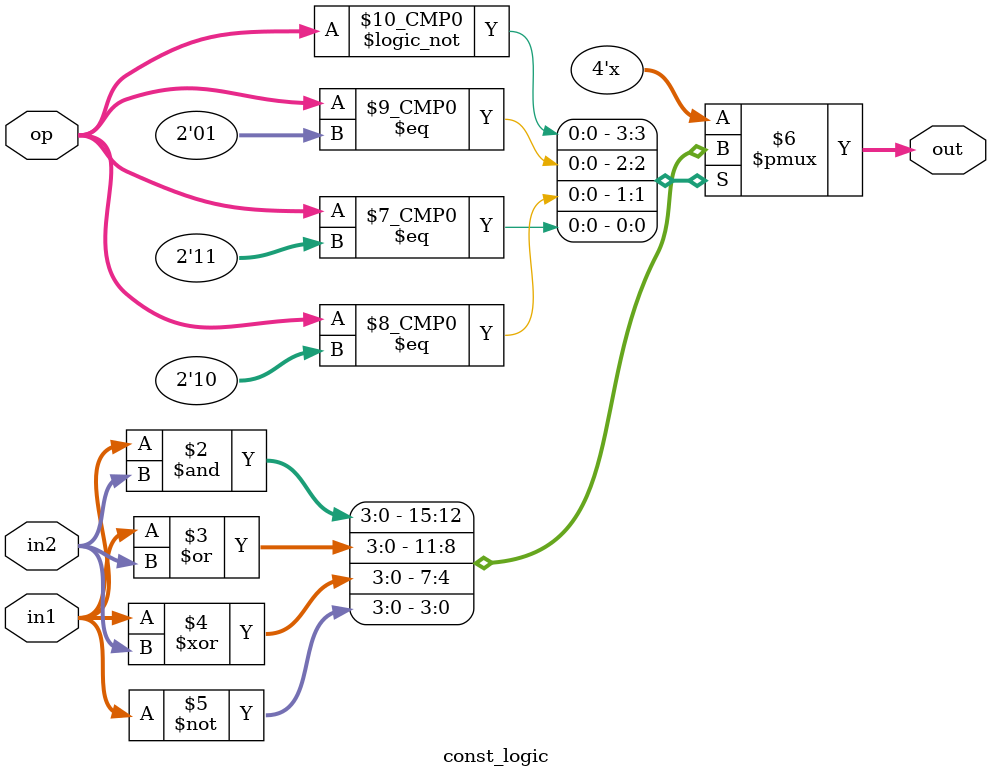
<source format=sv>

module const_logic (
    input wire [3:0] in1,
    input wire [3:0] in2,
    input wire [1:0] op,
    output wire [3:0] out
);
    always_comb begin
        case (op)
            2'b00: out = in1 & in2;
            2'b01: out = in1 | in2;
            2'b10: out = in1 ^ in2;
            2'b11: out = ~in1;
        endcase
    end
endmodule

</source>
